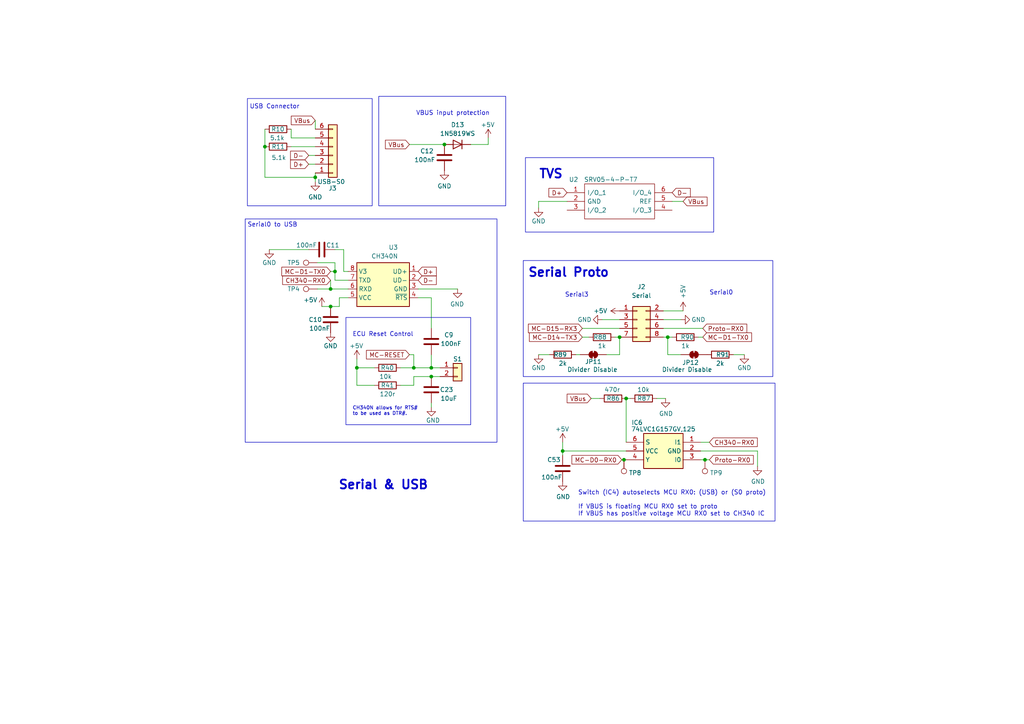
<source format=kicad_sch>
(kicad_sch (version 20250114) (generator "eeschema") (generator_version "9.0")
  (paper "A4")
  (title_block (title "Closed Deck X4") (date "2025-05-18") (rev "3") (company "OpenLogicEFI") (comment 1 "openlogicefi.com"))
  (lib_symbols
    (symbol "74LVC1G157GW_125:74LVC1G157GW,125"
      (property "Reference" "IC1" (at 5.08 6.35 0))
      (property "Value" "74LVC1G157GW,125" (at 12.7 3.81 0))
      (symbol "74LVC1G157GW,125_1_1"
        (rectangle (start 5.08 2.54) (end 16.51 -7.62) (stroke (width 0.254)) (fill (type background)))
        (pin passive line (at 0 0 0) (length 5.08) (name "I1") (number "1"))
        (pin passive line (at 0 -2.54 0) (length 5.08) (name "GND") (number "2"))
        (pin passive line (at 0 -5.08 0) (length 5.08) (name "I0") (number "3"))
        (pin passive line (at 21.59 0 180) (length 5.08) (name "S") (number "6"))
        (pin passive line (at 21.59 -2.54 180) (length 5.08) (name "VCC") (number "5"))
        (pin passive line (at 21.59 -5.08 180) (length 5.08) (name "Y") (number "4"))
      )
    )
    (symbol "CH340C_1"
      (property "Reference" "U?" (at -4.3306 17.145 0))
      (property "Value" "CH340C_1" (at -4.3306 14.605 0))
      (symbol "CH340C_1_0_1"
        (rectangle (start -7.62 12.7) (end 7.62 0) (stroke (width 0.254)) (fill (type background)))
      )
      (symbol "CH340C_1_1_1"
        (pin bidirectional line (at -10.16 10.16 0) (length 2.54) (name "UD+") (number "1"))
        (pin bidirectional line (at -10.16 7.62 0) (length 2.54) (name "UD-") (number "2"))
        (pin power_in line (at -10.16 5.08 0) (length 2.54) (name "GND") (number "3"))
        (pin output line (at -10.16 2.54 0) (length 2.54) (name "~{RTS}") (number "4"))
        (pin passive line (at 10.16 10.16 180) (length 2.54) (name "V3") (number "8"))
        (pin output line (at 10.16 7.62 180) (length 2.54) (name "TXD") (number "7"))
        (pin input line (at 10.16 5.08 180) (length 2.54) (name "RXD") (number "6"))
        (pin power_in line (at 10.16 2.54 180) (length 2.54) (name "VCC") (number "5"))
      )
    )
    (symbol "Connector:TestPoint" (pin_numbers (hide yes)) (pin_names (offset 0.762) (hide yes))
      (property "Reference" "TP" (at 0 6.858 0))
      (property "Value" "TestPoint" (at 0 5.08 0))
      (symbol "TestPoint_0_1"
        (circle (center 0 3.302) (radius 0.762))
      )
      (symbol "TestPoint_1_1"
        (pin passive line (at 0 0 90) (length 2.54) (name "1") (number "1"))
      )
    )
    (symbol "Connector_Generic:Conn_01x02" (pin_names (offset 1.016) (hide yes))
      (property "Reference" "J" (at 0 2.54 0))
      (property "Value" "Conn_01x02" (at 0 -5.08 0))
      (symbol "Conn_01x02_1_1"
        (rectangle (start -1.27 1.27) (end 1.27 -3.81) (stroke (width 0.254)) (fill (type background)))
        (rectangle (start -1.27 0.127) (end 0 -0.127) (stroke (width 0.1524)))
        (rectangle (start -1.27 -2.413) (end 0 -2.667) (stroke (width 0.1524)))
        (pin passive line (at -5.08 0 0) (length 3.81) (name "Pin_1") (number "1"))
        (pin passive line (at -5.08 -2.54 0) (length 3.81) (name "Pin_2") (number "2"))
      )
    )
    (symbol "Connector_Generic:Conn_01x06" (pin_names (offset 1.016) (hide yes))
      (property "Reference" "J" (at 0 7.62 0))
      (property "Value" "Conn_01x06" (at 0 -10.16 0))
      (symbol "Conn_01x06_1_1"
        (rectangle (start -1.27 6.35) (end 1.27 -8.89) (stroke (width 0.254)) (fill (type background)))
        (rectangle (start -1.27 5.207) (end 0 4.953) (stroke (width 0.1524)))
        (rectangle (start -1.27 2.667) (end 0 2.413) (stroke (width 0.1524)))
        (rectangle (start -1.27 0.127) (end 0 -0.127) (stroke (width 0.1524)))
        (rectangle (start -1.27 -2.413) (end 0 -2.667) (stroke (width 0.1524)))
        (rectangle (start -1.27 -4.953) (end 0 -5.207) (stroke (width 0.1524)))
        (rectangle (start -1.27 -7.493) (end 0 -7.747) (stroke (width 0.1524)))
        (pin passive line (at -5.08 5.08 0) (length 3.81) (name "Pin_1") (number "1"))
        (pin passive line (at -5.08 2.54 0) (length 3.81) (name "Pin_2") (number "2"))
        (pin passive line (at -5.08 0 0) (length 3.81) (name "Pin_3") (number "3"))
        (pin passive line (at -5.08 -2.54 0) (length 3.81) (name "Pin_4") (number "4"))
        (pin passive line (at -5.08 -5.08 0) (length 3.81) (name "Pin_5") (number "5"))
        (pin passive line (at -5.08 -7.62 0) (length 3.81) (name "Pin_6") (number "6"))
      )
    )
    (symbol "Connector_Generic:Conn_02x04_Odd_Even" (pin_names (offset 1.016) (hide yes))
      (property "Reference" "J" (at 1.27 5.08 0))
      (property "Value" "Conn_02x04_Odd_Even" (at 1.27 -7.62 0))
      (symbol "Conn_02x04_Odd_Even_1_1"
        (rectangle (start -1.27 3.81) (end 3.81 -6.35) (stroke (width 0.254)) (fill (type background)))
        (rectangle (start -1.27 2.667) (end 0 2.413) (stroke (width 0.1524)))
        (rectangle (start -1.27 0.127) (end 0 -0.127) (stroke (width 0.1524)))
        (rectangle (start -1.27 -2.413) (end 0 -2.667) (stroke (width 0.1524)))
        (rectangle (start -1.27 -4.953) (end 0 -5.207) (stroke (width 0.1524)))
        (rectangle (start 3.81 2.667) (end 2.54 2.413) (stroke (width 0.1524)))
        (rectangle (start 3.81 0.127) (end 2.54 -0.127) (stroke (width 0.1524)))
        (rectangle (start 3.81 -2.413) (end 2.54 -2.667) (stroke (width 0.1524)))
        (rectangle (start 3.81 -4.953) (end 2.54 -5.207) (stroke (width 0.1524)))
        (pin passive line (at -5.08 2.54 0) (length 3.81) (name "Pin_1") (number "1"))
        (pin passive line (at -5.08 0 0) (length 3.81) (name "Pin_3") (number "3"))
        (pin passive line (at -5.08 -2.54 0) (length 3.81) (name "Pin_5") (number "5"))
        (pin passive line (at -5.08 -5.08 0) (length 3.81) (name "Pin_7") (number "7"))
        (pin passive line (at 7.62 2.54 180) (length 3.81) (name "Pin_2") (number "2"))
        (pin passive line (at 7.62 0 180) (length 3.81) (name "Pin_4") (number "4"))
        (pin passive line (at 7.62 -2.54 180) (length 3.81) (name "Pin_6") (number "6"))
        (pin passive line (at 7.62 -5.08 180) (length 3.81) (name "Pin_8") (number "8"))
      )
    )
    (symbol "Device:C" (pin_numbers (hide yes)) (pin_names (offset 0.254))
      (property "Reference" "C" (at 0.635 2.54 0))
      (property "Value" "C" (at 0.635 -2.54 0))
      (symbol "C_0_1"
        (polyline (pts (xy -2.032 0.762) (xy 2.032 0.762)) (stroke (width 0.508)))
        (polyline (pts (xy -2.032 -0.762) (xy 2.032 -0.762)) (stroke (width 0.508)))
      )
      (symbol "C_1_1"
        (pin passive line (at 0 3.81 270) (length 2.794) (name "~") (number "1"))
        (pin passive line (at 0 -3.81 90) (length 2.794) (name "~") (number "2"))
      )
    )
    (symbol "Device:D" (pin_numbers (hide yes)) (pin_names (offset 1.016) (hide yes))
      (property "Reference" "D" (at 0 2.54 0))
      (property "Value" "D" (at 0 -2.54 0))
      (symbol "D_0_1"
        (polyline (pts (xy -1.27 1.27) (xy -1.27 -1.27)) (stroke (width 0.254)))
        (polyline (pts (xy 1.27 1.27) (xy 1.27 -1.27) (xy -1.27 0) (xy 1.27 1.27)) (stroke (width 0.254)))
        (polyline (pts (xy 1.27 0) (xy -1.27 0)))
      )
      (symbol "D_1_1"
        (pin passive line (at -3.81 0 0) (length 2.54) (name "K") (number "1"))
        (pin passive line (at 3.81 0 180) (length 2.54) (name "A") (number "2"))
      )
    )
    (symbol "Device:R" (pin_numbers (hide yes)) (pin_names (offset 0))
      (property "Reference" "R" (at 2.032 0 90))
      (property "Value" "R" (at 0 0 90))
      (symbol "R_0_1"
        (rectangle (start -1.016 -2.54) (end 1.016 2.54) (stroke (width 0.254)))
      )
      (symbol "R_1_1"
        (pin passive line (at 0 3.81 270) (length 1.27) (name "~") (number "1"))
        (pin passive line (at 0 -3.81 90) (length 1.27) (name "~") (number "2"))
      )
    )
    (symbol "Jumper:SolderJumper_2_Bridged" (pin_numbers (hide yes)) (pin_names (offset 0) (hide yes)) (exclude_from_sim yes) (in_bom no)
      (property "Reference" "JP" (at 0 2.032 0))
      (property "Value" "SolderJumper_2_Bridged" (at 0 -2.54 0))
      (symbol "SolderJumper_2_Bridged_0_1"
        (rectangle (start -0.508 0.508) (end 0.508 -0.508) (fill (type outline)))
        (polyline (pts (xy -0.254 1.016) (xy -0.254 -1.016)))
        (arc (start -0.254 -1.016) (mid -1.2656 0) (end -0.254 1.016))
        (arc (start -0.254 -1.016) (mid -1.2656 0) (end -0.254 1.016) (fill (type outline)))
        (arc (start 0.254 1.016) (mid 1.2656 0) (end 0.254 -1.016))
        (arc (start 0.254 1.016) (mid 1.2656 0) (end 0.254 -1.016) (fill (type outline)))
        (polyline (pts (xy 0.254 1.016) (xy 0.254 -1.016)))
      )
      (symbol "SolderJumper_2_Bridged_1_1"
        (pin passive line (at -3.81 0 0) (length 2.54) (name "A") (number "1"))
        (pin passive line (at 3.81 0 180) (length 2.54) (name "B") (number "2"))
      )
    )
    (symbol "Pre_Ignition-rescue:SRV05-4-P-T7-SRV05-4-P-T7-Pre_Ignition-rescue-Pre_Ignition-rescue-Pre_Ignition-rescue" (pin_names (offset 0.762))
      (property "Reference" "IC" (at 26.67 7.62 0))
      (property "Value" "SRV05-4-P-T7-SRV05-4-P-T7-Pre_Ignition-rescue-Pre_Ignition-rescue-Pre_Ignition-rescue" (at 26.67 5.08 0))
      (symbol "SRV05-4-P-T7-SRV05-4-P-T7-Pre_Ignition-rescue-Pre_Ignition-rescue-Pre_Ignition-rescue_0_0"
        (pin passive line (at 0 0 0) (length 5.08) (name "I/O_1") (number "1"))
        (pin passive line (at 0 -2.54 0) (length 5.08) (name "GND") (number "2"))
        (pin passive line (at 0 -5.08 0) (length 5.08) (name "I/O_2") (number "3"))
        (pin passive line (at 30.48 0 180) (length 5.08) (name "I/O_4") (number "6"))
        (pin passive line (at 30.48 -2.54 180) (length 5.08) (name "REF") (number "5"))
        (pin passive line (at 30.48 -5.08 180) (length 5.08) (name "I/O_3") (number "4"))
      )
      (symbol "SRV05-4-P-T7-SRV05-4-P-T7-Pre_Ignition-rescue-Pre_Ignition-rescue-Pre_Ignition-rescue_0_1"
        (polyline (pts (xy 5.08 2.54) (xy 25.4 2.54) (xy 25.4 -7.62) (xy 5.08 -7.62) (xy 5.08 2.54)) (stroke (width 0.1524)))
      )
    )
    (symbol "power:+5V" (power) (pin_names (offset 0))
      (property "Value" "+5V" (at 0 3.556 0))
      (symbol "+5V_0_1"
        (polyline (pts (xy -0.762 1.27) (xy 0 2.54)))
        (polyline (pts (xy 0 2.54) (xy 0.762 1.27)))
        (polyline (pts (xy 0 0) (xy 0 2.54)))
      )
      (symbol "+5V_1_1"
        (pin power_in line (at 0 0 90) (length 0) (hide yes) (name "+5V") (number "1"))
      )
    )
    (symbol "power:GND" (power) (pin_names (offset 0))
      (property "Value" "GND" (at 0 -3.81 0))
      (symbol "GND_0_1"
        (polyline (pts (xy 0 0) (xy 0 -1.27) (xy 1.27 -1.27) (xy 0 -2.54) (xy -1.27 -1.27) (xy 0 -1.27)))
      )
      (symbol "GND_1_1"
        (pin power_in line (at 0 0 270) (length 0) (hide yes) (name "GND") (number "1"))
      )
    )
  )
  (rectangle (start 109.855 27.94) (end 146.685 59.69))
  (rectangle (start 151.765 111.125) (end 224.79 151.13))
  (rectangle (start 151.765 75.565) (end 224.155 109.22))
  (rectangle (start 71.755 28.575) (end 107.95 59.69))
  (rectangle (start 71.12 63.5) (end 144.145 128.27))
  (rectangle (start 152.4 45.72) (end 207.01 67.31))
  (rectangle (start 100.33 92.075) (end 136.525 123.19))
  (text "Serial0" (at 205.74 85.725 0) (effects (font (size 1.27 1.27)) (justify left bottom)))
  (text "TVS" (at 156.21 52.07 0) (effects (font (size 2.54 2.54) (thickness 0.508) (bold yes)) (justify left bottom)))
  (text "CH340N allows for RTS#\nto be used as DTR#." (at 102.235 120.65 0) (effects (font (size 1 1)) (justify left bottom)))
  (text "VBUS input protection" (at 120.65 33.655 0) (effects (font (size 1.27 1.27)) (justify left bottom)))
  (text "Switch (IC4) autoselects MCU RX0: (USB) or (S0 proto)\n\nIf VBUS is floating MCU RX0 set to proto\nIf VBUS has positive voltage MCU RX0 set to CH340 IC" (at 167.64 149.86 0) (effects (font (size 1.27 1.27)) (justify left bottom)))
  (text "Serial & USB" (at 98.044 142.24 0) (effects (font (size 2.54 2.54) (thickness 0.508) (bold yes)) (justify left bottom)))
  (text "ECU Reset Control" (at 102.235 97.79 0) (effects (font (size 1.25 1.25)) (justify left bottom)))
  (text "Serial3" (at 163.83 86.36 0) (effects (font (size 1.27 1.27)) (justify left bottom)))
  (text "Serial0 to USB" (at 71.755 66.04 0) (effects (font (size 1.27 1.27)) (justify left bottom)))
  (text "USB Connector" (at 72.39 31.75 0) (effects (font (size 1.27 1.27)) (justify left bottom)))
  (text "Serial Proto" (at 153.035 80.645 0) (effects (font (size 2.54 2.54) (thickness 0.508) (bold yes)) (justify left bottom)))
  (junction (at 91.44 51.435))
  (junction (at 180.975 133.35))
  (junction (at 193.675 97.79))
  (junction (at 97.155 78.74))
  (junction (at 163.195 130.81))
  (junction (at 103.505 106.68))
  (junction (at 95.885 88.9))
  (junction (at 95.885 83.82))
  (junction (at 204.47 133.35))
  (junction (at 128.905 41.91))
  (junction (at 120.015 106.68))
  (junction (at 179.705 97.79))
  (junction (at 125.095 106.68))
  (junction (at 76.835 42.545))
  (junction (at 181.61 115.57))
  (junction (at 125.095 109.22))
  (wire (pts (xy 179.705 102.87) (xy 175.895 102.87)))
  (wire (pts (xy 156.21 58.42) (xy 164.465 58.42)))
  (wire (pts (xy 163.195 128.27) (xy 163.195 130.81)))
  (wire (pts (xy 84.455 40.005) (xy 91.44 40.005)))
  (wire (pts (xy 95.885 78.74) (xy 97.155 78.74)))
  (wire (pts (xy 125.095 102.87) (xy 125.095 106.68)))
  (wire (pts (xy 125.095 86.36) (xy 125.095 95.25)))
  (wire (pts (xy 178.435 97.79) (xy 179.705 97.79)))
  (wire (pts (xy 120.015 109.22) (xy 120.015 111.76)))
  (wire (pts (xy 125.095 118.11) (xy 125.095 116.84)))
  (wire (pts (xy 99.695 72.39) (xy 99.695 78.74)))
  (wire (pts (xy 116.205 106.68) (xy 120.015 106.68)))
  (wire (pts (xy 89.535 45.085) (xy 91.44 45.085)))
  (wire (pts (xy 76.835 42.545) (xy 76.835 51.435)))
  (wire (pts (xy 103.505 106.68) (xy 103.505 111.76)))
  (wire (pts (xy 180.34 133.35) (xy 180.975 133.35)))
  (wire (pts (xy 181.61 130.81) (xy 163.195 130.81)))
  (wire (pts (xy 194.945 58.42) (xy 198.12 58.42)))
  (wire (pts (xy 192.405 95.25) (xy 203.835 95.25)))
  (wire (pts (xy 163.195 132.08) (xy 163.195 130.81)))
  (wire (pts (xy 93.345 88.9) (xy 95.885 88.9)))
  (wire (pts (xy 204.47 133.35) (xy 203.2 133.35)))
  (wire (pts (xy 170.815 97.79) (xy 168.91 97.79)))
  (wire (pts (xy 91.44 51.435) (xy 91.44 52.705)))
  (wire (pts (xy 78.105 72.39) (xy 89.535 72.39)))
  (wire (pts (xy 99.695 78.74) (xy 100.965 78.74)))
  (wire (pts (xy 120.015 109.22) (xy 125.095 109.22)))
  (wire (pts (xy 98.425 88.9) (xy 95.885 88.9)))
  (wire (pts (xy 76.835 37.465) (xy 76.835 42.545)))
  (wire (pts (xy 202.565 97.79) (xy 203.835 97.79)))
  (wire (pts (xy 132.715 83.82) (xy 121.285 83.82)))
  (wire (pts (xy 205.74 133.35) (xy 204.47 133.35)))
  (wire (pts (xy 103.505 106.68) (xy 108.585 106.68)))
  (wire (pts (xy 95.885 81.28) (xy 95.885 83.82)))
  (wire (pts (xy 103.505 111.76) (xy 108.585 111.76)))
  (wire (pts (xy 97.155 76.2) (xy 97.155 78.74)))
  (wire (pts (xy 125.095 86.36) (xy 121.285 86.36)))
  (wire (pts (xy 97.155 72.39) (xy 99.695 72.39)))
  (wire (pts (xy 203.2 130.81) (xy 219.71 130.81)))
  (wire (pts (xy 215.9 102.87) (xy 212.725 102.87)))
  (wire (pts (xy 180.975 133.35) (xy 181.61 133.35)))
  (wire (pts (xy 167.005 102.87) (xy 168.275 102.87)))
  (wire (pts (xy 125.095 106.68) (xy 127.635 106.68)))
  (wire (pts (xy 156.21 102.87) (xy 159.385 102.87)))
  (wire (pts (xy 98.425 86.36) (xy 100.965 86.36)))
  (wire (pts (xy 120.015 111.76) (xy 116.205 111.76)))
  (wire (pts (xy 136.525 41.91) (xy 141.605 41.91)))
  (wire (pts (xy 125.095 109.22) (xy 127.635 109.22)))
  (wire (pts (xy 89.535 47.625) (xy 91.44 47.625)))
  (wire (pts (xy 97.155 81.28) (xy 100.965 81.28)))
  (wire (pts (xy 192.405 92.71) (xy 197.485 92.71)))
  (wire (pts (xy 84.455 37.465) (xy 84.455 40.005)))
  (wire (pts (xy 179.705 92.71) (xy 174.625 92.71)))
  (wire (pts (xy 76.835 51.435) (xy 91.44 51.435)))
  (wire (pts (xy 84.455 42.545) (xy 91.44 42.545)))
  (wire (pts (xy 193.675 97.79) (xy 193.675 102.87)))
  (wire (pts (xy 168.91 95.25) (xy 179.705 95.25)))
  (wire (pts (xy 182.88 115.57) (xy 181.61 115.57)))
  (wire (pts (xy 95.885 83.82) (xy 100.965 83.82)))
  (wire (pts (xy 179.705 97.79) (xy 179.705 102.87)))
  (wire (pts (xy 193.04 115.57) (xy 190.5 115.57)))
  (wire (pts (xy 192.405 97.79) (xy 193.675 97.79)))
  (wire (pts (xy 118.745 102.87) (xy 120.015 102.87)))
  (wire (pts (xy 97.155 78.74) (xy 97.155 81.28)))
  (wire (pts (xy 181.61 115.57) (xy 181.61 128.27)))
  (wire (pts (xy 173.99 115.57) (xy 171.45 115.57)))
  (wire (pts (xy 118.745 41.91) (xy 128.905 41.91)))
  (wire (pts (xy 219.71 130.81) (xy 219.71 135.255)))
  (wire (pts (xy 103.505 104.14) (xy 103.505 106.68)))
  (wire (pts (xy 91.44 34.925) (xy 91.44 37.465)))
  (wire (pts (xy 193.675 102.87) (xy 197.485 102.87)))
  (wire (pts (xy 91.44 50.165) (xy 91.44 51.435)))
  (wire (pts (xy 98.425 88.9) (xy 98.425 86.36)))
  (wire (pts (xy 192.405 90.17) (xy 198.12 90.17)))
  (wire (pts (xy 95.885 83.82) (xy 92.075 83.82)))
  (wire (pts (xy 193.675 97.79) (xy 194.945 97.79)))
  (wire (pts (xy 120.015 106.68) (xy 125.095 106.68)))
  (wire (pts (xy 97.155 76.2) (xy 92.075 76.2)))
  (wire (pts (xy 120.015 102.87) (xy 120.015 106.68)))
  (wire (pts (xy 141.605 40.005) (xy 141.605 41.91)))
  (wire (pts (xy 203.2 128.27) (xy 205.74 128.27)))
  (wire (pts (xy 156.21 60.325) (xy 156.21 58.42)))
  (global_label "VBus" (shape input) (at 91.44 34.925 180) (property "Intersheetrefs" "${INTERSHEET_REFS}" (effects (hide yes))))
  (global_label "MC-D15-RX3" (shape input) (at 168.91 95.25 180) (property "Intersheetrefs" "${INTERSHEET_REFS}" (effects (hide yes))))
  (global_label "D-" (shape input) (at 121.285 81.28 0) (property "Intersheetrefs" "${INTERSHEET_REFS}" (effects (hide yes))))
  (global_label "VBus" (shape input) (at 198.12 58.42 0) (property "Intersheetrefs" "${INTERSHEET_REFS}" (effects (hide yes))))
  (global_label "D+" (shape input) (at 89.535 47.625 180) (property "Intersheetrefs" "${INTERSHEET_REFS}" (effects (hide yes))))
  (global_label "MC-RESET" (shape input) (at 118.745 102.87 180) (property "Intersheetrefs" "${INTERSHEET_REFS}" (effects (hide yes))))
  (global_label "Proto-RX0" (shape input) (at 203.835 95.25 0) (property "Intersheetrefs" "${INTERSHEET_REFS}" (effects (hide yes))))
  (global_label "VBus" (shape input) (at 118.745 41.91 180) (property "Intersheetrefs" "${INTERSHEET_REFS}" (effects (hide yes))))
  (global_label "MC-D1-TX0" (shape input) (at 95.885 78.74 180) (property "Intersheetrefs" "${INTERSHEET_REFS}" (effects (hide yes))))
  (global_label "D+" (shape input) (at 121.285 78.74 0) (property "Intersheetrefs" "${INTERSHEET_REFS}" (effects (hide yes))))
  (global_label "D+" (shape input) (at 164.465 55.88 180) (property "Intersheetrefs" "${INTERSHEET_REFS}" (effects (hide yes))))
  (global_label "Proto-RX0" (shape input) (at 205.74 133.35 0) (property "Intersheetrefs" "${INTERSHEET_REFS}" (effects (hide yes))))
  (global_label "CH340-RX0" (shape input) (at 205.74 128.27 0) (property "Intersheetrefs" "${INTERSHEET_REFS}" (effects (hide yes))))
  (global_label "D-" (shape input) (at 89.535 45.085 180) (property "Intersheetrefs" "${INTERSHEET_REFS}" (effects (hide yes))))
  (global_label "MC-D1-TX0" (shape input) (at 203.835 97.79 0) (property "Intersheetrefs" "${INTERSHEET_REFS}" (effects (hide yes))))
  (global_label "VBus" (shape input) (at 171.45 115.57 180) (property "Intersheetrefs" "${INTERSHEET_REFS}" (effects (hide yes))))
  (global_label "D-" (shape input) (at 194.945 55.88 0) (property "Intersheetrefs" "${INTERSHEET_REFS}" (effects (hide yes))))
  (global_label "MC-D14-TX3" (shape input) (at 168.91 97.79 180) (property "Intersheetrefs" "${INTERSHEET_REFS}" (effects (hide yes))))
  (global_label "MC-D0-RX0" (shape input) (at 180.34 133.35 180) (property "Intersheetrefs" "${INTERSHEET_REFS}" (effects (hide yes))))
  (global_label "CH340-RX0" (shape input) (at 95.885 81.28 180) (property "Intersheetrefs" "${INTERSHEET_REFS}" (effects (hide yes))))
  (symbol (lib_id "power:+5V") (at 103.505 104.14 0) (unit 1)
    (property "Reference" "#PWR05" (effects (hide yes)))
    (property "Value" "+5V" (at 105.41 100.33 0) (effects (justify right)))
  )
  (symbol (lib_id "power:GND") (at 163.195 139.7 0) (unit 1)
    (property "Reference" "#PWR0130" (effects (hide yes)))
    (property "Value" "GND" (at 163.322 144.0942 0))
  )
  (symbol (lib_id "Connector_Generic:Conn_01x02") (at 132.715 106.68 0) (unit 1) (in_bom no)
    (property "Reference" "S1" (at 132.715 104.14 0))
    (property "Value" "Reset Control" (effects (hide yes)))
    (property "Footprint" "Connector_PinHeader_2.54mm:PinHeader_1x02_P2.54mm_Vertical" (effects (hide yes)))
    (property "Description" "Generic connector, single row, 01x02, script generated (kicad-library-utils/schlib/autogen/connector/)" (effects (hide yes)))
  )
  (symbol (lib_id "Connector:TestPoint") (at 92.075 76.2 90) (mirror x) (unit 1)
    (property "Reference" "TP5" (at 86.995 76.2 90) (effects (justify left)))
    (property "Value" "TestPoint" (effects (hide yes)))
    (property "Footprint" "Detonation:TestPoint_THT_D0.6mm_Drill0.3mm" (effects (hide yes)))
    (property "Description" "test point" (effects (hide yes)))
  )
  (symbol (lib_id "Device:C") (at 125.095 113.03 0) (mirror y) (unit 1)
    (property "Reference" "C23" (at 129.54 113.03 0))
    (property "Value" "10uF" (at 130.175 115.57 0))
    (property "Footprint" "Capacitor_SMD:C_0603_1608Metric" (effects (hide yes)))
    (property "Description" "Unpolarized capacitor" (effects (hide yes)))
    (property "LCSC" "C19702" (effects (hide yes)))
    (property "Manufacture Part Number" "CL10A106KP8NNNC" (effects (hide yes)))
  )
  (symbol (lib_id "power:GND") (at 128.905 49.53 0) (mirror y) (unit 1)
    (property "Reference" "#PWR028" (effects (hide yes)))
    (property "Value" "GND" (at 128.905 53.975 0))
  )
  (symbol (lib_name "CH340C_1") (lib_id "Interface_USB:CH340C") (at 111.125 88.9 0) (mirror y) (unit 1)
    (property "Reference" "U3" (at 115.4556 71.755 0) (effects (justify left)))
    (property "Value" "CH340N" (at 115.4556 74.295 0) (effects (justify left)))
    (property "Footprint" "Package_SO:SOIC-8_3.9x4.9mm_P1.27mm" (effects (hide yes)))
    (property "Description" "USB serial converter, UART, SOIC-16" (effects (hide yes)))
  )
  (symbol (lib_id "power:+5V") (at 179.705 90.17 90) (unit 1)
    (property "Reference" "#PWR0148" (effects (hide yes)))
    (property "Value" "+5V" (at 172.085 90.17 90) (effects (justify right)))
  )
  (symbol (lib_id "Connector_Generic:Conn_01x06") (at 96.52 45.085 0) (mirror x) (unit 1) (in_bom no)
    (property "Reference" "J3" (at 95.25 54.61 0) (effects (justify left)))
    (property "Value" "USB-S0" (at 92.075 52.705 0) (effects (justify left)))
    (property "Footprint" "Connector_JST:JST_PH_B6B-PH-K_1x06_P2.00mm_Vertical" (effects (hide yes)))
    (property "Description" "Generic connector, single row, 01x06, script generated (kicad-library-utils/schlib/autogen/connector/)" (effects (hide yes)))
  )
  (symbol (lib_id "Device:R") (at 208.915 102.87 90) (mirror x) (unit 1)
    (property "Reference" "R91" (at 207.645 102.87 90) (effects (justify right)))
    (property "Value" "2k" (at 207.645 105.41 90) (effects (justify right)))
    (property "Footprint" "Resistor_SMD:R_0402_1005Metric" (effects (hide yes)))
    (property "Description" "Resistor" (effects (hide yes)))
    (property "LCSC" "C4109" (effects (hide yes)))
    (property "Manufacture Part Number" "0402WGF2001TCE" (effects (hide yes)))
  )
  (symbol (lib_id "power:+5V") (at 141.605 40.005 0) (unit 1)
    (property "Reference" "#PWR061" (effects (hide yes)))
    (property "Value" "+5V" (at 143.51 36.195 0) (effects (justify right)))
  )
  (symbol (lib_id "Connector_Generic:Conn_02x04_Odd_Even") (at 184.785 92.71 0) (unit 1) (in_bom no)
    (property "Reference" "J2" (at 186.055 83.185 0))
    (property "Value" "Serial" (at 186.055 85.725 0))
    (property "Footprint" "Detonation:2x04-2.54mm-Serial-withSilk" (effects (hide yes)))
    (property "Description" "Generic connector, double row, 02x04, odd/even pin numbering scheme (row 1 odd numbers, row 2 even numbers), script generated (kicad-library-utils/schlib/autogen/connector/)" (effects (hide yes)))
  )
  (symbol (lib_id "power:+5V") (at 163.195 128.27 0) (mirror y) (unit 1)
    (property "Reference" "#PWR0129" (effects (hide yes)))
    (property "Value" "+5V" (at 165.1 124.46 0) (effects (justify left)))
  )
  (symbol (lib_id "Connector:TestPoint") (at 180.975 133.35 180) (unit 1)
    (property "Reference" "TP8" (at 186.055 137.16 0) (effects (justify left)))
    (property "Value" "TestPoint" (effects (hide yes)))
    (property "Footprint" "Detonation:TestPoint_THT_D0.6mm_Drill0.3mm" (effects (hide yes)))
    (property "Description" "test point" (effects (hide yes)))
  )
  (symbol (lib_id "power:GND") (at 156.21 102.87 0) (unit 1)
    (property "Reference" "#PWR0137" (effects (hide yes)))
    (property "Value" "GND" (at 156.21 106.68 0))
  )
  (symbol (lib_id "Pre_Ignition-rescue:SRV05-4-P-T7-SRV05-4-P-T7-Pre_Ignition-rescue-Pre_Ignition-rescue-Pre_Ignition-rescue") (at 164.465 55.88 0) (unit 1)
    (property "Reference" "U2" (at 166.37 52.07 0))
    (property "Value" "SRV05-4-P-T7" (at 177.165 52.07 0))
    (property "Footprint" "Package_TO_SOT_SMD:SOT-23-6" (effects (hide yes)))
    (property "LCSC" "C85364" (effects (hide yes)))
  )
  (symbol (lib_id "Jumper:SolderJumper_2_Bridged") (at 172.085 102.87 0) (unit 1) (in_bom no)
    (property "Reference" "JP11" (at 172.085 104.902 0))
    (property "Value" "Divider Disable" (at 171.831 107.188 0))
    (property "Footprint" "Jumper:SolderJumper-2_P1.3mm_Bridged_RoundedPad1.0x1.5mm" (effects (hide yes)))
    (property "Description" "Solder Jumper, 2-pole, closed/bridged" (effects (hide yes)))
  )
  (symbol (lib_id "Device:R") (at 177.8 115.57 270) (mirror x) (unit 1)
    (property "Reference" "R86" (at 175.895 115.57 90) (effects (justify left)))
    (property "Value" "470r" (at 175.26 113.03 90) (effects (justify left)))
    (property "Footprint" "Resistor_SMD:R_0402_1005Metric" (effects (hide yes)))
    (property "Description" "Resistor" (effects (hide yes)))
    (property "LCSC" "C25117" (effects (hide yes)))
    (property "Manufacture Part Number" "0402WGF4700TCE" (effects (hide yes)))
  )
  (symbol (lib_id "Jumper:SolderJumper_2_Bridged") (at 201.295 102.87 0) (unit 1) (in_bom no)
    (property "Reference" "JP12" (at 200.279 105.156 0))
    (property "Value" "Divider Disable" (at 199.263 107.188 0))
    (property "Footprint" "Jumper:SolderJumper-2_P1.3mm_Bridged_RoundedPad1.0x1.5mm" (effects (hide yes)))
    (property "Description" "Solder Jumper, 2-pole, closed/bridged" (effects (hide yes)))
  )
  (symbol (lib_id "Device:R") (at 80.645 42.545 270) (unit 1)
    (property "Reference" "R11" (at 78.74 42.545 90) (effects (justify left)))
    (property "Value" "5.1k" (at 78.74 45.72 90) (effects (justify left)))
    (property "Footprint" "Resistor_SMD:R_0402_1005Metric" (effects (hide yes)))
    (property "Description" "Resistor" (effects (hide yes)))
    (property "LCSC" "C25905" (effects (hide yes)))
    (property "Manufacture Part Number" "0402WGF5101TCE" (effects (hide yes)))
  )
  (symbol (lib_id "power:GND") (at 95.885 96.52 0) (mirror y) (unit 1)
    (property "Reference" "#PWR030" (effects (hide yes)))
    (property "Value" "GND" (at 95.885 100.33 0))
  )
  (symbol (lib_id "Device:C") (at 125.095 99.06 0) (unit 1)
    (property "Reference" "C9" (at 130.175 97.155 0))
    (property "Value" "100nF" (at 130.81 99.695 0))
    (property "Footprint" "Capacitor_SMD:C_0402_1005Metric" (effects (hide yes)))
    (property "Description" "Unpolarized capacitor" (effects (hide yes)))
    (property "LCSC" "C307331" (effects (hide yes)))
  )
  (symbol (lib_id "Device:R") (at 112.395 106.68 90) (mirror x) (unit 1)
    (property "Reference" "R40" (at 114.3 106.68 90) (effects (justify left)))
    (property "Value" "10k" (at 113.665 109.22 90) (effects (justify left)))
    (property "Footprint" "Resistor_SMD:R_0402_1005Metric" (effects (hide yes)))
    (property "Description" "Resistor" (effects (hide yes)))
    (property "LCSC" "C25744" (effects (hide yes)))
    (property "Manufacture Part Number" "0402WGF1002TCE" (effects (hide yes)))
  )
  (symbol (lib_id "Connector:TestPoint") (at 92.075 83.82 90) (mirror x) (unit 1)
    (property "Reference" "TP4" (at 86.995 83.82 90) (effects (justify left)))
    (property "Value" "TestPoint" (effects (hide yes)))
    (property "Footprint" "Detonation:TestPoint_THT_D0.6mm_Drill0.3mm" (effects (hide yes)))
    (property "Description" "test point" (effects (hide yes)))
  )
  (symbol (lib_id "power:GND") (at 219.71 135.255 0) (unit 1)
    (property "Reference" "#PWR0136" (effects (hide yes)))
    (property "Value" "GND" (at 219.837 139.6492 0))
  )
  (symbol (lib_id "power:GND") (at 174.625 92.71 270) (unit 1)
    (property "Reference" "#PWR0138" (effects (hide yes)))
    (property "Value" "GND" (at 169.545 92.71 90))
  )
  (symbol (lib_id "power:GND") (at 125.095 118.11 0) (unit 1)
    (property "Reference" "#PWR025" (effects (hide yes)))
    (property "Value" "GND" (at 127.635 121.92 0) (effects (justify right)))
  )
  (symbol (lib_id "Device:R") (at 112.395 111.76 270) (unit 1)
    (property "Reference" "R41" (at 112.395 111.76 90))
    (property "Value" "120r" (at 112.395 114.3 90))
    (property "Footprint" "Resistor_SMD:R_0603_1608Metric" (effects (hide yes)))
    (property "Description" "Resistor" (effects (hide yes)))
    (property "LCSC" "C22787" (effects (hide yes)))
    (property "Manufacture Part Number" "0402WGF4700TCE" (effects (hide yes)))
  )
  (symbol (lib_id "74LVC1G157GW_125:74LVC1G157GW,125") (at 203.2 128.27 0) (mirror y) (unit 1)
    (property "Reference" "IC6" (at 184.785 122.555 0))
    (property "Value" "74LVC1G157GV,125" (at 192.405 124.46 0))
    (property "Footprint" "Package_TO_SOT_SMD:TSOT-23-6" (effects (hide yes)))
    (property "Description" "NXP 74LVC1G157GW,125, Multiplexer Encoder, 2 to 1, 1.65  5.5 V, 6-Pin SC-88" (effects (hide yes)))
    (property "Height" "1.1" (effects (hide yes)))
    (property "Manufacturer_Name" "Nexperia" (effects (hide yes)))
    (property "Mouser Part Number" "771-74LVC1G157GW-G" (effects (hide yes)))
    (property "Mouser Price/Stock" "https://www.mouser.co.uk/ProductDetail/Nexperia/74LVC1G157GW125?qs=me8TqzrmIYXIuOIBP1Hsug%3D%3D" (effects (hide yes)))
    (property "Arrow Part Number" "74LVC1G157GW,125" (effects (hide yes)))
    (property "Arrow Price/Stock" "https://www.arrow.com/en/products/74lvc1g157gw125/nexperia?region=nac" (effects (hide yes)))
    (property "LCSC" "C503437" (effects (hide yes)))
    (property "Manufacture Part Number" "74LVC1G157GW,125" (effects (hide yes)))
  )
  (symbol (lib_id "Device:R") (at 80.645 37.465 90) (unit 1)
    (property "Reference" "R10" (at 82.55 37.465 90) (effects (justify left)))
    (property "Value" "5.1k" (at 82.55 40.005 90) (effects (justify left)))
    (property "Footprint" "Resistor_SMD:R_0402_1005Metric" (effects (hide yes)))
    (property "Description" "Resistor" (effects (hide yes)))
    (property "LCSC" "C25905" (effects (hide yes)))
    (property "Manufacture Part Number" "0402WGF5101TCE" (effects (hide yes)))
  )
  (symbol (lib_id "power:+5V") (at 93.345 88.9 0) (unit 1)
    (property "Reference" "#PWR032" (effects (hide yes)))
    (property "Value" "+5V" (at 92.075 86.995 0) (effects (justify right)))
  )
  (symbol (lib_id "power:+5V") (at 198.12 90.17 0) (unit 1)
    (property "Reference" "#PWR0161" (effects (hide yes)))
    (property "Value" "+5V" (at 198.12 82.55 90) (effects (justify right)))
  )
  (symbol (lib_id "Device:R") (at 163.195 102.87 270) (unit 1)
    (property "Reference" "R89" (at 164.465 102.87 90) (effects (justify right)))
    (property "Value" "2k" (at 164.465 105.41 90) (effects (justify right)))
    (property "Footprint" "Resistor_SMD:R_0402_1005Metric" (effects (hide yes)))
    (property "Description" "Resistor" (effects (hide yes)))
    (property "LCSC" "C4109" (effects (hide yes)))
    (property "Manufacture Part Number" "0402WGF2001TCE" (effects (hide yes)))
  )
  (symbol (lib_id "power:GND") (at 91.44 52.705 0) (mirror y) (unit 1)
    (property "Reference" "#PWR02" (effects (hide yes)))
    (property "Value" "GND" (at 91.44 57.15 0))
  )
  (symbol (lib_id "power:GND") (at 215.9 102.87 0) (mirror y) (unit 1)
    (property "Reference" "#PWR0162" (effects (hide yes)))
    (property "Value" "GND" (at 215.9 106.68 0))
  )
  (symbol (lib_id "Connector:TestPoint") (at 204.47 133.35 180) (unit 1)
    (property "Reference" "TP9" (at 209.55 137.16 0) (effects (justify left)))
    (property "Value" "TestPoint" (effects (hide yes)))
    (property "Footprint" "Detonation:TestPoint_THT_D0.6mm_Drill0.3mm" (effects (hide yes)))
    (property "Description" "test point" (effects (hide yes)))
  )
  (symbol (lib_id "power:GND") (at 197.485 92.71 90) (mirror x) (unit 1)
    (property "Reference" "#PWR0158" (effects (hide yes)))
    (property "Value" "GND" (at 202.565 92.71 90))
  )
  (symbol (lib_id "power:GND") (at 132.715 83.82 0) (mirror y) (unit 1)
    (property "Reference" "#PWR07" (effects (hide yes)))
    (property "Value" "GND" (at 132.588 88.2142 0))
  )
  (symbol (lib_id "Device:C") (at 95.885 92.71 0) (unit 1)
    (property "Reference" "C10" (at 91.44 92.71 0))
    (property "Value" "100nF" (at 92.71 95.25 0))
    (property "Footprint" "Capacitor_SMD:C_0402_1005Metric" (effects (hide yes)))
    (property "Description" "Unpolarized capacitor" (effects (hide yes)))
    (property "LCSC" "C307331" (effects (hide yes)))
  )
  (symbol (lib_id "power:GND") (at 78.105 72.39 0) (mirror y) (unit 1)
    (property "Reference" "#PWR035" (effects (hide yes)))
    (property "Value" "GND" (at 78.105 76.2 0))
  )
  (symbol (lib_id "Device:C") (at 128.905 45.72 0) (mirror y) (unit 1)
    (property "Reference" "C12" (at 123.825 43.815 0))
    (property "Value" "100nF" (at 123.19 46.355 0))
    (property "Footprint" "Capacitor_SMD:C_0402_1005Metric" (effects (hide yes)))
    (property "Description" "Unpolarized capacitor" (effects (hide yes)))
    (property "LCSC" "C307331" (effects (hide yes)))
  )
  (symbol (lib_id "power:GND") (at 156.21 60.325 0) (mirror y) (unit 1)
    (property "Reference" "#PWR027" (effects (hide yes)))
    (property "Value" "GND" (at 156.21 64.135 0))
  )
  (symbol (lib_id "Device:R") (at 174.625 97.79 90) (unit 1)
    (property "Reference" "R88" (at 172.085 97.79 90) (effects (justify right)))
    (property "Value" "1k" (at 173.355 100.33 90) (effects (justify right)))
    (property "Footprint" "Resistor_SMD:R_0402_1005Metric" (effects (hide yes)))
    (property "Description" "Resistor" (effects (hide yes)))
    (property "LCSC" "C11702" (effects (hide yes)))
    (property "Manufacture Part Number" "0402WGF1001TCE" (effects (hide yes)))
  )
  (symbol (lib_id "Device:C") (at 163.195 135.89 180) (unit 1)
    (property "Reference" "C53" (at 160.655 133.35 0))
    (property "Value" "100nF" (at 160.02 138.43 0))
    (property "Footprint" "Capacitor_SMD:C_0402_1005Metric" (effects (hide yes)))
    (property "Description" "Unpolarized capacitor" (effects (hide yes)))
    (property "LCSC" "C307331" (effects (hide yes)))
  )
  (symbol (lib_id "Device:R") (at 186.69 115.57 270) (unit 1)
    (property "Reference" "R87" (at 184.785 115.57 90) (effects (justify left)))
    (property "Value" "10k" (at 184.785 113.03 90) (effects (justify left)))
    (property "Footprint" "Resistor_SMD:R_0402_1005Metric" (effects (hide yes)))
    (property "Description" "Resistor" (effects (hide yes)))
    (property "LCSC" "C25744" (effects (hide yes)))
    (property "Manufacture Part Number" "0402WGF1002TCE" (effects (hide yes)))
  )
  (symbol (lib_id "Device:D") (at 132.715 41.91 180) (unit 1)
    (property "Reference" "D13" (at 132.715 36.195 0))
    (property "Value" "1N5819WS" (at 132.715 38.735 0))
    (property "Footprint" "Diode_SMD:D_SOD-323" (effects (hide yes)))
    (property "Description" "Diode" (effects (hide yes)))
    (property "LCSC" "C191023" (effects (hide yes)))
    (property "Manufacture Part Number" "1N5819WS" (effects (hide yes)))
  )
  (symbol (lib_id "power:GND") (at 193.04 115.57 0) (unit 1)
    (property "Reference" "#PWR0135" (effects (hide yes)))
    (property "Value" "GND" (at 193.167 119.9642 0))
  )
  (symbol (lib_id "Device:C") (at 93.345 72.39 270) (unit 1)
    (property "Reference" "C11" (at 96.52 71.12 90))
    (property "Value" "100nF" (at 88.9 71.12 90))
    (property "Footprint" "Capacitor_SMD:C_0402_1005Metric" (effects (hide yes)))
    (property "Description" "Unpolarized capacitor" (effects (hide yes)))
    (property "LCSC" "C307331" (effects (hide yes)))
  )
  (symbol (lib_id "Device:R") (at 198.755 97.79 270) (mirror x) (unit 1)
    (property "Reference" "R90" (at 201.295 97.79 90) (effects (justify right)))
    (property "Value" "1k" (at 200.025 100.33 90) (effects (justify right)))
    (property "Footprint" "Resistor_SMD:R_0402_1005Metric" (effects (hide yes)))
    (property "Description" "Resistor" (effects (hide yes)))
    (property "LCSC" "C11702" (effects (hide yes)))
    (property "Manufacture Part Number" "0402WGF1001TCE" (effects (hide yes)))
  )
)
</source>
